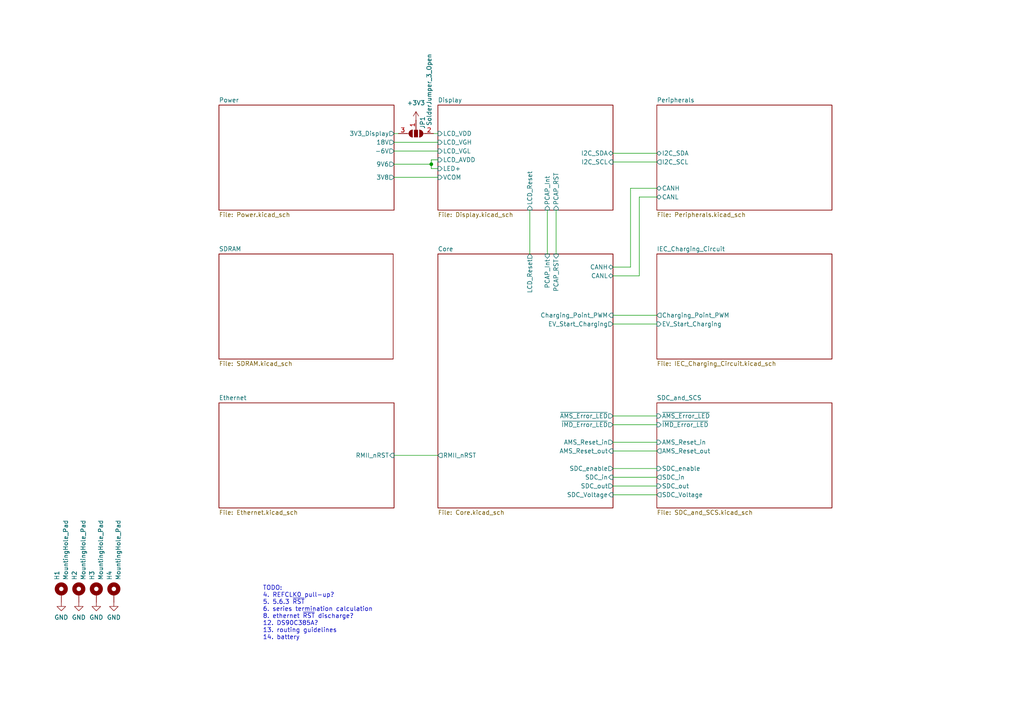
<source format=kicad_sch>
(kicad_sch (version 20250114) (generator "eeschema") (generator_version "9.0")
  (paper "A4")
  (lib_symbols
    (symbol "Jumper:SolderJumper_3_Open" (pin_names (offset 0) (hide yes)) (exclude_from_sim yes) (in_bom no)
      (property "Reference" "JP1" (at -1.905 -3.175 90))
      (property "Value" "SolderJumper_3_Open" (at -3.81 -12.7 90))
      (symbol "SolderJumper_3_Open_0_1"
        (polyline (pts (xy -2.54 0) (xy -2.032 0)))
        (polyline (pts (xy -1.016 1.016) (xy -1.016 -1.016)))
        (arc (start -1.016 -1.016) (mid -2.0276 0) (end -1.016 1.016))
        (arc (start -1.016 -1.016) (mid -2.0276 0) (end -1.016 1.016) (fill (type outline)))
        (rectangle (start -0.508 1.016) (end 0.508 -1.016) (fill (type outline)))
        (polyline (pts (xy 0 -1.27) (xy 0 -1.016)))
        (arc (start 1.016 1.016) (mid 2.0276 0) (end 1.016 -1.016))
        (arc (start 1.016 1.016) (mid 2.0276 0) (end 1.016 -1.016) (fill (type outline)))
        (polyline (pts (xy 1.016 1.016) (xy 1.016 -1.016)))
        (polyline (pts (xy 2.54 0) (xy 2.032 0)))
      )
      (symbol "SolderJumper_3_Open_1_1"
        (pin passive line (at -5.08 0 0) (length 2.54) (name "A") (number "2"))
        (pin passive line (at 0 -3.81 90) (length 2.54) (name "C") (number "1"))
        (pin passive line (at 5.08 0 180) (length 2.54) (name "B") (number "3"))
      )
    )
    (symbol "Mechanical:MountingHole_Pad" (pin_numbers (hide yes)) (pin_names (offset 1.016) (hide yes)) (in_bom no)
      (property "Reference" "H" (at 0 6.35 0))
      (property "Value" "MountingHole_Pad" (at 0 4.445 0))
      (symbol "MountingHole_Pad_0_1"
        (circle (center 0 1.27) (radius 1.27) (stroke (width 1.27)))
      )
      (symbol "MountingHole_Pad_1_1"
        (pin input line (at 0 -2.54 90) (length 2.54) (name "1") (number "1"))
      )
    )
    (symbol "power:+3V3" (power) (pin_numbers (hide yes)) (pin_names (offset 0) (hide yes))
      (property "Value" "+3V3" (at 0 3.556 0))
      (symbol "+3V3_0_1"
        (polyline (pts (xy -0.762 1.27) (xy 0 2.54)))
        (polyline (pts (xy 0 2.54) (xy 0.762 1.27)))
        (polyline (pts (xy 0 0) (xy 0 2.54)))
      )
      (symbol "+3V3_1_1"
        (pin power_in line (at 0 0 90) (length 0) (name "~") (number "1"))
      )
    )
    (symbol "power:GND" (power) (pin_numbers (hide yes)) (pin_names (offset 0) (hide yes))
      (property "Value" "GND" (at 0 -3.81 0))
      (symbol "GND_0_1"
        (polyline (pts (xy 0 0) (xy 0 -1.27) (xy 1.27 -1.27) (xy 0 -2.54) (xy -1.27 -1.27) (xy 0 -1.27)))
      )
      (symbol "GND_1_1"
        (pin power_in line (at 0 0 270) (length 0) (name "~") (number "1"))
      )
    )
  )
  (text "TODO:\n4. REFCLK0 pull-up?\n5. 5.6.3 ~{RST}\n6. series termination calculation\n8. ethernet ~{RST} discharge?\n12. DS90C385A?\n13. routing guidelines\n14. battery" (at 76.2 177.8 0) (effects (font (size 1.27 1.27)) (justify left)))
  (junction (at 125.095 47.625))
  (wire (pts (xy 177.8 44.45) (xy 190.5 44.45)))
  (wire (pts (xy 177.8 46.99) (xy 190.5 46.99)))
  (wire (pts (xy 177.8 93.98) (xy 190.5 93.98)))
  (wire (pts (xy 177.8 130.81) (xy 190.5 130.81)))
  (wire (pts (xy 182.88 54.61) (xy 190.5 54.61)))
  (wire (pts (xy 190.5 57.15) (xy 185.42 57.15)))
  (wire (pts (xy 114.3 132.08) (xy 127 132.08)))
  (wire (pts (xy 114.3 47.625) (xy 125.095 47.625)))
  (wire (pts (xy 177.8 91.44) (xy 190.5 91.44)))
  (wire (pts (xy 125.095 46.355) (xy 125.095 47.625)))
  (wire (pts (xy 177.8 120.65) (xy 190.5 120.65)))
  (wire (pts (xy 177.8 77.47) (xy 182.88 77.47)))
  (wire (pts (xy 177.8 138.43) (xy 190.5 138.43)))
  (wire (pts (xy 114.3 38.735) (xy 115.57 38.735)))
  (wire (pts (xy 114.3 43.815) (xy 127 43.815)))
  (wire (pts (xy 127 46.355) (xy 125.095 46.355)))
  (wire (pts (xy 177.8 140.97) (xy 190.5 140.97)))
  (wire (pts (xy 182.88 77.47) (xy 182.88 54.61)))
  (wire (pts (xy 114.3 51.435) (xy 127 51.435)))
  (wire (pts (xy 177.8 135.89) (xy 190.5 135.89)))
  (wire (pts (xy 185.42 80.01) (xy 177.8 80.01)))
  (wire (pts (xy 153.67 60.96) (xy 153.67 73.66)))
  (wire (pts (xy 185.42 57.15) (xy 185.42 80.01)))
  (wire (pts (xy 125.095 48.895) (xy 127 48.895)))
  (wire (pts (xy 158.75 60.96) (xy 158.75 73.66)))
  (wire (pts (xy 161.29 60.96) (xy 161.29 73.66)))
  (wire (pts (xy 177.8 143.51) (xy 190.5 143.51)))
  (wire (pts (xy 114.3 41.275) (xy 127 41.275)))
  (wire (pts (xy 125.095 47.625) (xy 125.095 48.895)))
  (wire (pts (xy 177.8 123.19) (xy 190.5 123.19)))
  (wire (pts (xy 125.73 38.735) (xy 127 38.735)))
  (wire (pts (xy 177.8 128.27) (xy 190.5 128.27)))
  (symbol (lib_id "Mechanical:MountingHole_Pad") (at 27.94 172.085 0) (unit 1) (in_bom no)
    (property "Reference" "H3" (at 26.67 168.275 90) (effects (justify left)))
    (property "Value" "MountingHole_Pad" (at 29.21 168.275 90) (effects (justify left)))
    (property "Footprint" "MountingHole:MountingHole_3.2mm_M3_ISO14580_Pad_TopBottom" (effects (hide yes)))
    (property "Description" "Mounting Hole with connection" (effects (hide yes)))
  )
  (symbol (lib_id "Mechanical:MountingHole_Pad") (at 17.78 172.085 0) (unit 1) (in_bom no)
    (property "Reference" "H1" (at 16.51 168.275 90) (effects (justify left)))
    (property "Value" "MountingHole_Pad" (at 19.05 168.275 90) (effects (justify left)))
    (property "Footprint" "MountingHole:MountingHole_3.2mm_M3_ISO14580_Pad_TopBottom" (effects (hide yes)))
    (property "Description" "Mounting Hole with connection" (effects (hide yes)))
  )
  (symbol (lib_id "Mechanical:MountingHole_Pad") (at 22.86 172.085 0) (unit 1) (in_bom no)
    (property "Reference" "H2" (at 21.59 168.275 90) (effects (justify left)))
    (property "Value" "MountingHole_Pad" (at 24.13 168.275 90) (effects (justify left)))
    (property "Footprint" "MountingHole:MountingHole_3.2mm_M3_ISO14580_Pad_TopBottom" (effects (hide yes)))
    (property "Description" "Mounting Hole with connection" (effects (hide yes)))
  )
  (symbol (lib_id "power:GND") (at 33.02 174.625 0) (unit 1)
    (property "Reference" "#PWR0216" (effects (hide yes)))
    (property "Value" "GND" (at 33.02 179.07 0))
    (property "Description" "Power symbol creates a global label with name \"GND\" , ground" (effects (hide yes)))
  )
  (symbol (lib_id "Mechanical:MountingHole_Pad") (at 33.02 172.085 0) (unit 1) (in_bom no)
    (property "Reference" "H4" (at 31.75 168.275 90) (effects (justify left)))
    (property "Value" "MountingHole_Pad" (at 34.29 168.275 90) (effects (justify left)))
    (property "Footprint" "MountingHole:MountingHole_3.2mm_M3_ISO14580_Pad_TopBottom" (effects (hide yes)))
    (property "Description" "Mounting Hole with connection" (effects (hide yes)))
  )
  (symbol (lib_id "Jumper:SolderJumper_3_Open") (at 120.65 38.735 180) (unit 1) (in_bom no)
    (property "Reference" "JP1" (at 122.555 35.56 90))
    (property "Value" "SolderJumper_3_Open" (at 124.46 26.035 90))
    (property "Footprint" "Jumper:SolderJumper-3_P1.3mm_Open_RoundedPad1.0x1.5mm" (effects (hide yes)))
    (property "Description" "Solder Jumper, 3-pole, open" (effects (hide yes)))
  )
  (symbol (lib_id "power:GND") (at 22.86 174.625 0) (unit 1)
    (property "Reference" "#PWR0214" (effects (hide yes)))
    (property "Value" "GND" (at 22.86 179.07 0))
    (property "Description" "Power symbol creates a global label with name \"GND\" , ground" (effects (hide yes)))
  )
  (symbol (lib_id "power:GND") (at 17.78 174.625 0) (unit 1)
    (property "Reference" "#PWR0213" (effects (hide yes)))
    (property "Value" "GND" (at 17.78 179.07 0))
    (property "Description" "Power symbol creates a global label with name \"GND\" , ground" (effects (hide yes)))
  )
  (symbol (lib_id "power:GND") (at 27.94 174.625 0) (unit 1)
    (property "Reference" "#PWR0215" (effects (hide yes)))
    (property "Value" "GND" (at 27.94 179.07 0))
    (property "Description" "Power symbol creates a global label with name \"GND\" , ground" (effects (hide yes)))
  )
  (symbol (lib_id "power:+3V3") (at 120.65 34.925 0) (unit 1)
    (property "Reference" "#PWR01" (effects (hide yes)))
    (property "Value" "+3V3" (at 120.65 29.845 0))
    (property "Description" "Power symbol creates a global label with name \"+3V3\"" (effects (hide yes)))
  )
  (sheet (at 63.5 73.66) (size 50.546 30.48) (stroke (width 0.1524))
    (property "Sheetname" "SDRAM" (at 63.5 72.9484 0) (effects (justify left bottom)))
    (property "Sheetfile" "SDRAM.kicad_sch" (at 63.5 104.7246 0) (effects (justify left top)))
  )
  (sheet (at 127 30.48) (size 50.8 30.48) (stroke (width 0.1524))
    (property "Sheetname" "Display" (at 127 29.7684 0) (effects (justify left bottom)))
    (property "Sheetfile" "Display.kicad_sch" (at 127 61.5446 0) (effects (justify left top)))
    (pin "VCOM" input (at 127 51.435 180))
    (pin "LCD_VDD" input (at 127 38.735 180))
    (pin "LED+" input (at 127 48.895 180))
    (pin "I2C_SCL" input (at 177.8 46.99 0))
    (pin "PCAP_Int" input (at 158.75 60.96 270))
    (pin "I2C_SDA" bidirectional (at 177.8 44.45 0))
    (pin "PCAP_RST" input (at 161.29 60.96 270))
    (pin "LCD_VGH" input (at 127 41.275 180))
    (pin "LCD_VGL" input (at 127 43.815 180))
    (pin "LCD_AVDD" input (at 127 46.355 180))
    (pin "LCD_Reset" input (at 153.67 60.96 270))
  )
  (sheet (at 127 73.66) (size 50.8 73.66) (stroke (width 0.1524))
    (property "Sheetname" "Core" (at 127 72.9484 0) (effects (justify left bottom)))
    (property "Sheetfile" "Core.kicad_sch" (at 127 147.9046 0) (effects (justify left top)))
    (pin "PCAP_RST" input (at 161.29 73.66 90))
    (pin "PCAP_Int" input (at 158.75 73.66 90))
    (pin "~{AMS_Error_LED}" output (at 177.8 120.65 0))
    (pin "~{IMD_Error_LED}" output (at 177.8 123.19 0))
    (pin "SDC_enable" output (at 177.8 135.89 0))
    (pin "AMS_Reset_out" input (at 177.8 130.81 0))
    (pin "SDC_Voltage" input (at 177.8 143.51 0))
    (pin "SDC_in" input (at 177.8 138.43 0))
    (pin "SDC_out" output (at 177.8 140.97 0))
    (pin "AMS_Reset_in" output (at 177.8 128.27 0))
    (pin "EV_Start_Charging" output (at 177.8 93.98 0))
    (pin "Charging_Point_PWM" input (at 177.8 91.44 0))
    (pin "LCD_Reset" output (at 153.67 73.66 90))
    (pin "RMII_nRST" output (at 127 132.08 180))
    (pin "CANH" bidirectional (at 177.8 77.47 0))
    (pin "CANL" bidirectional (at 177.8 80.01 0))
  )
  (sheet (at 63.5 116.84) (size 50.8 30.48) (stroke (width 0.1524))
    (property "Sheetname" "Ethernet" (at 63.5 116.1284 0) (effects (justify left bottom)))
    (property "Sheetfile" "Ethernet.kicad_sch" (at 63.5 147.9046 0) (effects (justify left top)))
    (pin "RMII_nRST" input (at 114.3 132.08 0))
  )
  (sheet (at 190.5 116.84) (size 50.8 30.48) (stroke (width 0.1524))
    (property "Sheetname" "SDC_and_SCS" (at 190.5 116.1284 0) (effects (justify left bottom)))
    (property "Sheetfile" "SDC_and_SCS.kicad_sch" (at 190.5 147.9046 0) (effects (justify left top)))
    (pin "~{IMD_Error_LED}" input (at 190.5 123.19 180))
    (pin "~{AMS_Error_LED}" input (at 190.5 120.65 180))
    (pin "AMS_Reset_in" input (at 190.5 128.27 180))
    (pin "AMS_Reset_out" output (at 190.5 130.81 180))
    (pin "SDC_enable" input (at 190.5 135.89 180))
    (pin "SDC_in" output (at 190.5 138.43 180))
    (pin "SDC_Voltage" output (at 190.5 143.51 180))
    (pin "SDC_out" input (at 190.5 140.97 180))
  )
  (sheet (at 190.5 30.48) (size 50.8 30.48) (stroke (width 0.1524))
    (property "Sheetname" "Peripherals" (at 190.5 29.7684 0) (effects (justify left bottom)))
    (property "Sheetfile" "Peripherals.kicad_sch" (at 190.5 61.5446 0) (effects (justify left top)))
    (pin "I2C_SDA" bidirectional (at 190.5 44.45 180))
    (pin "I2C_SCL" output (at 190.5 46.99 180))
    (pin "CANL" bidirectional (at 190.5 57.15 180))
    (pin "CANH" bidirectional (at 190.5 54.61 180))
  )
  (sheet (at 190.5 73.66) (size 50.8 30.48) (stroke (width 0.1524))
    (property "Sheetname" "IEC_Charging_Circuit" (at 190.5 72.9484 0) (effects (justify left bottom)))
    (property "Sheetfile" "IEC_Charging_Circuit.kicad_sch" (at 190.5 104.7246 0) (effects (justify left top)))
    (pin "Charging_Point_PWM" output (at 190.5 91.44 180))
    (pin "EV_Start_Charging" input (at 190.5 93.98 180))
  )
  (sheet (at 63.5 30.48) (size 50.8 30.48) (stroke (width 0.1524))
    (property "Sheetname" "Power" (at 63.5 29.7684 0) (effects (justify left bottom)))
    (property "Sheetfile" "Power.kicad_sch" (at 63.5 61.5446 0) (effects (justify left top)))
    (pin "3V3_Display" output (at 114.3 38.735 0))
    (pin "3V8" output (at 114.3 51.435 0))
    (pin "18V" output (at 114.3 41.275 0))
    (pin "-6V" output (at 114.3 43.815 0))
    (pin "9V6" output (at 114.3 47.625 0))
  )
)
</source>
